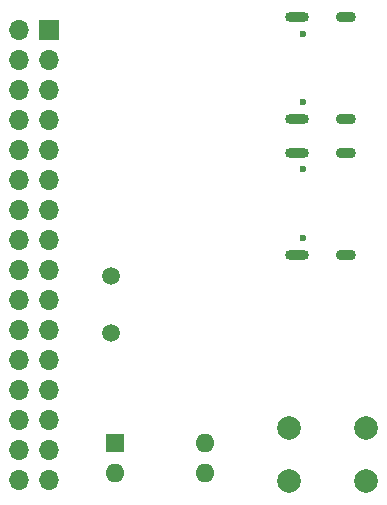
<source format=gbr>
%TF.GenerationSoftware,KiCad,Pcbnew,5.1.7+dfsg1-1~bpo10+1*%
%TF.CreationDate,2020-10-25T19:55:51+08:00*%
%TF.ProjectId,stm32-io-extend,73746d33-322d-4696-9f2d-657874656e64,rev?*%
%TF.SameCoordinates,Original*%
%TF.FileFunction,Soldermask,Bot*%
%TF.FilePolarity,Negative*%
%FSLAX46Y46*%
G04 Gerber Fmt 4.6, Leading zero omitted, Abs format (unit mm)*
G04 Created by KiCad (PCBNEW 5.1.7+dfsg1-1~bpo10+1) date 2020-10-25 19:55:51*
%MOMM*%
%LPD*%
G01*
G04 APERTURE LIST*
%ADD10O,2.000000X0.900000*%
%ADD11O,1.700000X0.900000*%
%ADD12C,0.600000*%
%ADD13R,1.700000X1.700000*%
%ADD14O,1.700000X1.700000*%
%ADD15R,1.600000X1.600000*%
%ADD16O,1.600000X1.600000*%
%ADD17C,2.000000*%
%ADD18C,1.500000*%
G04 APERTURE END LIST*
D10*
%TO.C,J1*%
X157570000Y-75320000D03*
X157570000Y-66680000D03*
D11*
X161740000Y-75320000D03*
X161740000Y-66680000D03*
D12*
X158050000Y-68110000D03*
X158050000Y-73890000D03*
%TD*%
%TO.C,J2*%
X158050000Y-85390000D03*
X158050000Y-79610000D03*
D11*
X161740000Y-78180000D03*
X161740000Y-86820000D03*
D10*
X157570000Y-78180000D03*
X157570000Y-86820000D03*
%TD*%
D13*
%TO.C,J3*%
X136600000Y-67800000D03*
D14*
X134060000Y-67800000D03*
X136600000Y-70340000D03*
X134060000Y-70340000D03*
X136600000Y-72880000D03*
X134060000Y-72880000D03*
X136600000Y-75420000D03*
X134060000Y-75420000D03*
X136600000Y-77960000D03*
X134060000Y-77960000D03*
X136600000Y-80500000D03*
X134060000Y-80500000D03*
X136600000Y-83040000D03*
X134060000Y-83040000D03*
X136600000Y-85580000D03*
X134060000Y-85580000D03*
X136600000Y-88120000D03*
X134060000Y-88120000D03*
X136600000Y-90660000D03*
X134060000Y-90660000D03*
X136600000Y-93200000D03*
X134060000Y-93200000D03*
X136600000Y-95740000D03*
X134060000Y-95740000D03*
X136600000Y-98280000D03*
X134060000Y-98280000D03*
X136600000Y-100820000D03*
X134060000Y-100820000D03*
X136600000Y-103360000D03*
X134060000Y-103360000D03*
X136600000Y-105900000D03*
X134060000Y-105900000D03*
%TD*%
D15*
%TO.C,SW1*%
X142200000Y-102800000D03*
D16*
X149820000Y-105340000D03*
X142200000Y-105340000D03*
X149820000Y-102800000D03*
%TD*%
D17*
%TO.C,SW2*%
X156900000Y-106000000D03*
X156900000Y-101500000D03*
X163400000Y-106000000D03*
X163400000Y-101500000D03*
%TD*%
D18*
%TO.C,Y1*%
X141800000Y-88600000D03*
X141800000Y-93480000D03*
%TD*%
M02*

</source>
